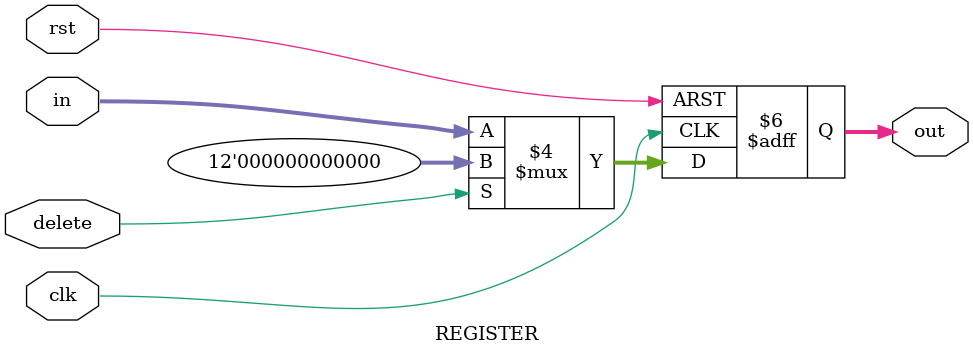
<source format=v>
module REGISTER #(
    parameter width = 12)
  ( input   wire                 clk,
    input   wire                 rst,
    input   wire    [width-1:0]  in,
    input   wire                 delete, 
    output  reg     [width-1:0]  out
  );

always @(posedge clk or negedge rst)
   begin
      if (!rst) 
      begin
         out<=0;
       end
       
    else if(delete)
       begin
       out<=0;
       end
    
    else begin
        out<=in;
    end
 end    
endmodule
</source>
